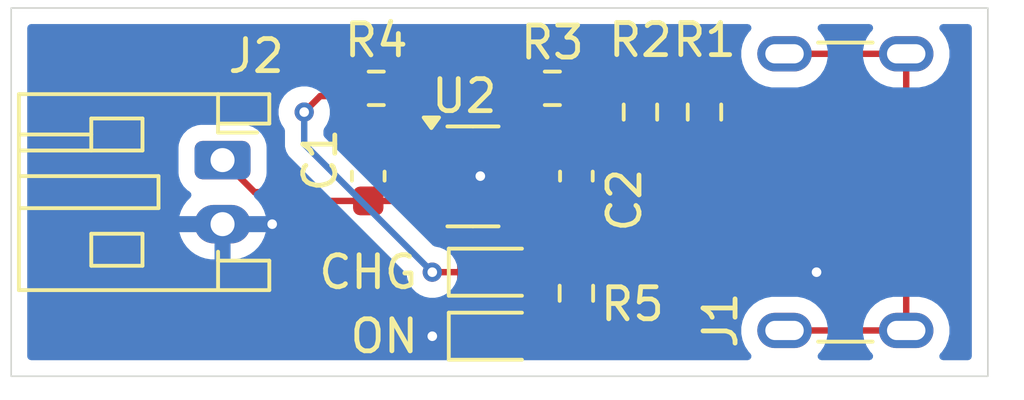
<source format=kicad_pcb>
(kicad_pcb (version 20241229) (generator "pcbnew") (generator_version "9.0")
  (title_block (title "USB-LiPo-Charger") (date "2025-06-01") (rev "0"))
  (layers (0 "F.Cu" signal) (2 "B.Cu" signal) (13 "F.Paste" user) (15 "B.Paste" user) (5 "F.SilkS" user "F.Silkscreen") (7 "B.SilkS" user "B.Silkscreen") (1 "F.Mask" user) (3 "B.Mask" user) (25 "Edge.Cuts" user))
  (net 0 "")
  (net 1 "Net-(J2-Pin_1)")
  (net 2 "GND")
  (net 3 "Net-(D2-A)")
  (net 4 "Net-(D2-K)")
  (net 5 "Net-(D3-A)")
  (net 6 "Net-(J1-SHIELD)")
  (net 7 "Net-(J1-CC1)")
  (net 8 "Net-(J1-CC2)")
  (net 9 "Net-(U2-PROG)")
  (net 10 "Net-(U2-STAT)")
  (footprint "Connector_USB:USB_C_Receptacle_GCT_USB4125-xx-x_6P_TopMnt_Horizontal" (layer "F.Cu") (at 175 101 90)
    (property "Reference" "J1" (at -4 -5 90) (layer "F.SilkS"))
    (property "Value" "USB-C Port" (hide yes))
    (fp_line (start 4.67 -0.25) (end 4.67 -1.95) (stroke (width 0.12)) (layer "F.SilkS"))
    (fp_line (start -4.67 -0.25) (end -4.67 -1.95) (stroke (width 0.12)) (layer "F.SilkS"))
    (pad "A5" smd roundrect (at -0.5 -3.08 90) (size 0.7 1.2) (layers "F.Cu" "F.Mask" "F.Paste") (net 7 "Net-(J1-CC1)"))
    (pad "A9" smd roundrect (at 1.52 -3.08 270) (size 0.76 1.2) (layers "F.Cu" "F.Mask" "F.Paste") (net 3 "Net-(D2-A)"))
    (pad "A12" smd roundrect (at 2.75 -3.08 270) (size 0.8 1.2) (layers "F.Cu" "F.Mask" "F.Paste") (net 2 "GND"))
    (pad "B5" smd roundrect (at 0.5 -3.08 270) (size 0.7 1.2) (layers "F.Cu" "F.Mask" "F.Paste") (net 8 "Net-(J1-CC2)"))
    (pad "B9" smd roundrect (at -1.52 -3.08 90) (size 0.76 1.2) (layers "F.Cu" "F.Mask" "F.Paste") (net 3 "Net-(D2-A)"))
    (pad "B12" smd roundrect (at -2.75 -3.08 90) (size 0.8 1.2) (layers "F.Cu" "F.Mask" "F.Paste") (net 2 "GND"))
    (pad "S1" thru_hole oval (at -4.32 -3 90) (size 1.1 1.7) (drill oval 0.6 1.2) (property pad_prop_heatsink) (layers "*.Cu" "*.Mask" "F.Paste") (net 6 "Net-(J1-SHIELD)"))
    (pad "S1" thru_hole oval (at -4.32 0.8 90) (size 1.1 1.7) (drill oval 0.6 1.2) (property pad_prop_heatsink) (layers "*.Cu" "*.Mask" "F.Paste") (net 6 "Net-(J1-SHIELD)"))
    (pad "S1" thru_hole oval (at 4.32 -3 90) (size 1.1 1.7) (drill oval 0.6 1.2) (property pad_prop_heatsink) (layers "*.Cu" "*.Mask" "F.Paste") (net 6 "Net-(J1-SHIELD)"))
    (pad "S1" thru_hole oval (at 4.32 0.8 90) (size 1.1 1.7) (drill oval 0.6 1.2) (property pad_prop_heatsink) (layers "*.Cu" "*.Mask" "F.Paste") (net 6 "Net-(J1-SHIELD)"))
  )
  (footprint "Connector_JST:JST_PH_S2B-PH-K_1x02_P2.00mm_Horizontal" (layer "F.Cu") (at 154.45 100 -90)
    (property "Reference" "J2" (at -3.25 -1.05 0) (layer "F.SilkS"))
    (property "Value" "Conn_01x02" (hide yes))
    (fp_line (start -2.06 6.36) (end 4.06 6.36) (stroke (width 0.12)) (layer "F.SilkS"))
    (fp_line (start 0.5 6.36) (end 0.5 2) (stroke (width 0.12)) (layer "F.SilkS"))
    (fp_line (start 4.06 6.36) (end 4.06 -1.46) (stroke (width 0.12)) (layer "F.SilkS"))
    (fp_line (start -1.3 4.1) (end -0.3 4.1) (stroke (width 0.12)) (layer "F.SilkS"))
    (fp_line (start -0.8 4.1) (end -0.8 6.36) (stroke (width 0.12)) (layer "F.SilkS"))
    (fp_line (start -0.3 4.1) (end -0.3 6.36) (stroke (width 0.12)) (layer "F.SilkS"))
    (fp_line (start -0.3 4.1) (end -0.3 2.5) (stroke (width 0.12)) (layer "F.SilkS"))
    (fp_line (start 2.3 4.1) (end 2.3 2.5) (stroke (width 0.12)) (layer "F.SilkS"))
    (fp_line (start 3.3 4.1) (end 2.3 4.1) (stroke (width 0.12)) (layer "F.SilkS"))
    (fp_line (start -1.3 2.5) (end -1.3 4.1) (stroke (width 0.12)) (layer "F.SilkS"))
    (fp_line (start -0.3 2.5) (end -1.3 2.5) (stroke (width 0.12)) (layer "F.SilkS"))
    (fp_line (start 2.3 2.5) (end 3.3 2.5) (stroke (width 0.12)) (layer "F.SilkS"))
    (fp_line (start 3.3 2.5) (end 3.3 4.1) (stroke (width 0.12)) (layer "F.SilkS"))
    (fp_line (start 0.5 2) (end 1.5 2) (stroke (width 0.12)) (layer "F.SilkS"))
    (fp_line (start 1.5 2) (end 1.5 6.36) (stroke (width 0.12)) (layer "F.SilkS"))
    (fp_line (start -2.06 0.14) (end -1.14 0.14) (stroke (width 0.12)) (layer "F.SilkS"))
    (fp_line (start -1.14 0.14) (end -1.14 -1.46) (stroke (width 0.12)) (layer "F.SilkS"))
    (fp_line (start -0.86 0.14) (end -1.14 0.14) (stroke (width 0.12)) (layer "F.SilkS"))
    (fp_line (start -0.86 0.14) (end -0.86 -1.075) (stroke (width 0.12)) (layer "F.SilkS"))
    (fp_line (start 3.14 0.14) (end 2.86 0.14) (stroke (width 0.12)) (layer "F.SilkS"))
    (fp_line (start 4.06 0.14) (end 3.14 0.14) (stroke (width 0.12)) (layer "F.SilkS"))
    (fp_line (start -2.06 -1.46) (end -2.06 6.36) (stroke (width 0.12)) (layer "F.SilkS"))
    (fp_line (start -1.14 -1.46) (end -2.06 -1.46) (stroke (width 0.12)) (layer "F.SilkS"))
    (fp_line (start 3.14 -1.46) (end 3.14 0.14) (stroke (width 0.12)) (layer "F.SilkS"))
    (fp_line (start 4.06 -1.46) (end 3.14 -1.46) (stroke (width 0.12)) (layer "F.SilkS"))
    (pad "1" thru_hole roundrect (at 0 0 270) (size 1.2 1.75) (drill 0.75) (layers "*.Cu" "*.Mask") (roundrect_rratio 0.208333) (net 1 "Net-(J2-Pin_1)"))
    (pad "2" thru_hole oval (at 2 0 270) (size 1.2 1.75) (drill 0.75) (layers "*.Cu" "*.Mask") (net 2 "GND"))
  )
  (footprint "Resistor_SMD:R_0603_1608Metric" (layer "F.Cu") (at 164.75 97.758385)
    (property "Reference" "R3" (at 0 -1.43 0) (layer "F.SilkS"))
    (property "Value" "2k" (hide yes))
    (fp_line (start -0.237258 -0.5225) (end 0.237258 -0.5225) (stroke (width 0.12)) (layer "F.SilkS"))
    (fp_line (start -0.237258 0.5225) (end 0.237258 0.5225) (stroke (width 0.12)) (layer "F.SilkS"))
    (pad "1" smd roundrect (at -0.825 0) (size 0.8 0.95) (layers "F.Cu" "F.Mask" "F.Paste") (net 9 "Net-(U2-PROG)"))
    (pad "2" smd roundrect (at 0.825 0) (size 0.8 0.95) (layers "F.Cu" "F.Mask" "F.Paste") (net 2 "GND"))
  )
  (footprint "LED_SMD:LED_0603_1608Metric" (layer "F.Cu") (at 163 103.5)
    (property "Reference" "CHG" (at -4 0 180) (layer "F.SilkS"))
    (property "Value" "LED" (hide yes))
    (fp_line (start -1.485 -0.735) (end -1.485 0.735) (stroke (width 0.12)) (layer "F.SilkS"))
    (fp_line (start -1.485 0.735) (end 0.8 0.735) (stroke (width 0.12)) (layer "F.SilkS"))
    (fp_line (start 0.8 -0.735) (end -1.485 -0.735) (stroke (width 0.12)) (layer "F.SilkS"))
    (pad "1" smd roundrect (at -0.7875 0) (size 0.875 0.95) (layers "F.Cu" "F.Mask" "F.Paste") (net 4 "Net-(D2-K)"))
    (pad "2" smd roundrect (at 0.7875 0) (size 0.875 0.95) (layers "F.Cu" "F.Mask" "F.Paste") (net 3 "Net-(D2-A)"))
  )
  (footprint "Capacitor_SMD:C_0603_1608Metric" (layer "F.Cu") (at 165.5 100.5 90)
    (property "Reference" "C2" (at -0.75 1.5 90) (layer "F.SilkS"))
    (property "Value" "4.7u" (hide yes))
    (fp_line (start -0.14058 -0.51) (end 0.14058 -0.51) (stroke (width 0.12)) (layer "F.SilkS"))
    (fp_line (start -0.14058 0.51) (end 0.14058 0.51) (stroke (width 0.12)) (layer "F.SilkS"))
    (pad "1" smd roundrect (at -0.775 0 90) (size 0.9 0.95) (layers "F.Cu" "F.Mask" "F.Paste") (net 3 "Net-(D2-A)"))
    (pad "2" smd roundrect (at 0.775 0 90) (size 0.9 0.95) (layers "F.Cu" "F.Mask" "F.Paste") (net 2 "GND"))
  )
  (footprint "Package_TO_SOT_SMD:SOT-23-5" (layer "F.Cu") (at 162.270995 100.508385)
    (property "Reference" "U2" (at -0.270995 -2.508385 0) (layer "F.SilkS"))
    (property "Value" "MCP73831" (hide yes))
    (fp_line (start 0 -1.56) (end -0.8 -1.56) (stroke (width 0.12)) (layer "F.SilkS"))
    (fp_line (start 0 -1.56) (end 0.8 -1.56) (stroke (width 0.12)) (layer "F.SilkS"))
    (fp_line (start 0 1.56) (end -0.8 1.56) (stroke (width 0.12)) (layer "F.SilkS"))
    (fp_line (start 0 1.56) (end 0.8 1.56) (stroke (width 0.12)) (layer "F.SilkS"))
    (fp_poly (pts (xy -1.3 -1.51) (xy -1.54 -1.84) (xy -1.06 -1.84) (xy -1.3 -1.51)) (stroke (width 0.12)) (fill yes) (layer "F.SilkS"))
    (pad "1" smd roundrect (at -1.1375 -0.95) (size 1.325 0.6) (layers "F.Cu" "F.Mask" "F.Paste") (net 10 "Net-(U2-STAT)"))
    (pad "2" smd roundrect (at -1.1375 0) (size 1.325 0.6) (layers "F.Cu" "F.Mask" "F.Paste") (net 2 "GND"))
    (pad "3" smd roundrect (at -1.1375 0.95) (size 1.325 0.6) (layers "F.Cu" "F.Mask" "F.Paste") (net 1 "Net-(J2-Pin_1)"))
    (pad "4" smd roundrect (at 1.1375 0.95) (size 1.325 0.6) (layers "F.Cu" "F.Mask" "F.Paste") (net 3 "Net-(D2-A)"))
    (pad "5" smd roundrect (at 1.1375 -0.95) (size 1.325 0.6) (layers "F.Cu" "F.Mask" "F.Paste") (net 9 "Net-(U2-PROG)"))
  )
  (footprint "Resistor_SMD:R_0603_1608Metric" (layer "F.Cu") (at 167.5 98.5 90)
    (property "Reference" "R2" (at 2.25 0 180) (layer "F.SilkS"))
    (property "Value" "5.1k" (hide yes))
    (fp_line (start -0.237258 -0.5225) (end 0.237258 -0.5225) (stroke (width 0.12)) (layer "F.SilkS"))
    (fp_line (start -0.237258 0.5225) (end 0.237258 0.5225) (stroke (width 0.12)) (layer "F.SilkS"))
    (pad "1" smd roundrect (at -0.825 0 90) (size 0.8 0.95) (layers "F.Cu" "F.Mask" "F.Paste") (net 7 "Net-(J1-CC1)"))
    (pad "2" smd roundrect (at 0.825 0 90) (size 0.8 0.95) (layers "F.Cu" "F.Mask" "F.Paste") (net 2 "GND"))
  )
  (footprint "Capacitor_SMD:C_0603_1608Metric" (layer "F.Cu") (at 159 100.5 90)
    (property "Reference" "C1" (at 0.5 -1.5 90) (layer "F.SilkS"))
    (property "Value" "4.7u" (hide yes))
    (fp_line (start -0.14058 -0.51) (end 0.14058 -0.51) (stroke (width 0.12)) (layer "F.SilkS"))
    (fp_line (start -0.14058 0.51) (end 0.14058 0.51) (stroke (width 0.12)) (layer "F.SilkS"))
    (pad "1" smd roundrect (at -0.775 0 90) (size 0.9 0.95) (layers "F.Cu" "F.Mask" "F.Paste") (net 1 "Net-(J2-Pin_1)"))
    (pad "2" smd roundrect (at 0.775 0 90) (size 0.9 0.95) (layers "F.Cu" "F.Mask" "F.Paste") (net 2 "GND"))
  )
  (footprint "LED_SMD:LED_0603_1608Metric" (layer "F.Cu") (at 163 105.5)
    (property "Reference" "ON" (at -3.5 0 180) (layer "F.SilkS"))
    (property "Value" "LED" (hide yes))
    (fp_line (start -1.485 -0.735) (end -1.485 0.735) (stroke (width 0.12)) (layer "F.SilkS"))
    (fp_line (start -1.485 0.735) (end 0.8 0.735) (stroke (width 0.12)) (layer "F.SilkS"))
    (fp_line (start 0.8 -0.735) (end -1.485 -0.735) (stroke (width 0.12)) (layer "F.SilkS"))
    (pad "1" smd roundrect (at -0.7875 0) (size 0.875 0.95) (layers "F.Cu" "F.Mask" "F.Paste") (net 2 "GND"))
    (pad "2" smd roundrect (at 0.7875 0) (size 0.875 0.95) (layers "F.Cu" "F.Mask" "F.Paste") (net 5 "Net-(D3-A)"))
  )
  (footprint "Resistor_SMD:R_0603_1608Metric" (layer "F.Cu") (at 165.5 104.158644 -90)
    (property "Reference" "R5" (at 0.341356 -1.75 180) (layer "F.SilkS"))
    (property "Value" "470" (hide yes))
    (fp_line (start -0.237258 0.5225) (end 0.237258 0.5225) (stroke (width 0.12)) (layer "F.SilkS"))
    (fp_line (start -0.237258 -0.5225) (end 0.237258 -0.5225) (stroke (width 0.12)) (layer "F.SilkS"))
    (pad "1" smd roundrect (at -0.825 0 270) (size 0.8 0.95) (layers "F.Cu" "F.Mask" "F.Paste") (net 3 "Net-(D2-A)"))
    (pad "2" smd roundrect (at 0.825 0 270) (size 0.8 0.95) (layers "F.Cu" "F.Mask" "F.Paste") (net 5 "Net-(D3-A)"))
  )
  (footprint "Resistor_SMD:R_0603_1608Metric" (layer "F.Cu") (at 169.5 98.5 90)
    (property "Reference" "R1" (at 2.25 0 180) (layer "F.SilkS"))
    (property "Value" "5.1k" (hide yes))
    (fp_line (start -0.237258 -0.5225) (end 0.237258 -0.5225) (stroke (width 0.12)) (layer "F.SilkS"))
    (fp_line (start -0.237258 0.5225) (end 0.237258 0.5225) (stroke (width 0.12)) (layer "F.SilkS"))
    (pad "1" smd roundrect (at -0.825 0 90) (size 0.8 0.95) (layers "F.Cu" "F.Mask" "F.Paste") (net 8 "Net-(J1-CC2)"))
    (pad "2" smd roundrect (at 0.825 0 90) (size 0.8 0.95) (layers "F.Cu" "F.Mask" "F.Paste") (net 2 "GND"))
  )
  (footprint "Resistor_SMD:R_0603_1608Metric" (layer "F.Cu") (at 159.25 97.758385)
    (property "Reference" "R4" (at 0 -1.5 0) (layer "F.SilkS"))
    (property "Value" "470" (hide yes))
    (fp_line (start -0.237258 -0.5225) (end 0.237258 -0.5225) (stroke (width 0.12)) (layer "F.SilkS"))
    (fp_line (start -0.237258 0.5225) (end 0.237258 0.5225) (stroke (width 0.12)) (layer "F.SilkS"))
    (pad "1" smd roundrect (at -0.825 0) (size 0.8 0.95) (layers "F.Cu" "F.Mask" "F.Paste") (net 4 "Net-(D2-K)"))
    (pad "2" smd roundrect (at 0.825 0) (size 0.8 0.95) (layers "F.Cu" "F.Mask" "F.Paste") (net 10 "Net-(U2-STAT)"))
  )
  (gr_rect (start 147.85 95.25) (end 178.35 106.75) (stroke (width 0.05)) (fill no) (layer "Edge.Cuts"))
  (segment (start 156.275 101.275) (end 159 101.275) (width 0.2) (layer "F.Cu") (net 1))
  (segment (start 154.45 100) (end 155.45 101) (width 0.2) (layer "F.Cu") (net 1))
  (segment (start 155.45 101) (end 156 101) (width 0.2) (layer "F.Cu") (net 1))
  (segment (start 156 101) (end 156.275 101.275) (width 0.2) (layer "F.Cu") (net 1))
  (segment (start 159.775 101.275) (end 159.958385 101.458385) (width 0.2) (layer "F.Cu") (net 1))
  (segment (start 159 101.275) (end 159.775 101.275) (width 0.2) (layer "F.Cu") (net 1))
  (segment (start 159.958385 101.458385) (end 161.133495 101.458385) (width 0.2) (layer "F.Cu") (net 1))
  (segment (start 169.5 97.675) (end 167.5 97.675) (width 0.2) (layer "F.Cu") (net 2))
  (segment (start 161.133495 100.508385) (end 162.491615 100.508385) (width 0.2) (layer "F.Cu") (net 2))
  (segment (start 159.783385 100.508385) (end 161.133495 100.508385) (width 0.2) (layer "F.Cu") (net 2))
  (segment (start 154.45 102) (end 156 102) (width 0.2) (layer "F.Cu") (net 2))
  (segment (start 165.658385 97.675) (end 165.575 97.758385) (width 0.2) (layer "F.Cu") (net 2))
  (segment (start 164.725 100.5) (end 162.5 100.5) (width 0.2) (layer "F.Cu") (net 2))
  (segment (start 159 99.725) (end 159.783385 100.508385) (width 0.2) (layer "F.Cu") (net 2))
  (segment (start 172.75 103.75) (end 173 103.5) (width 0.2) (layer "F.Cu") (net 2))
  (segment (start 171.92 103.75) (end 172.75 103.75) (width 0.2) (layer "F.Cu") (net 2))
  (segment (start 167.5 97.675) (end 165.658385 97.675) (width 0.2) (layer "F.Cu") (net 2))
  (segment (start 162.491615 100.508385) (end 162.5 100.5) (width 0.2) (layer "F.Cu") (net 2))
  (segment (start 165.575 97.758385) (end 165.575 99.65) (width 0.2) (layer "F.Cu") (net 2))
  (segment (start 162.2125 105.5) (end 161 105.5) (width 0.2) (layer "F.Cu") (net 2))
  (segment (start 165.575 99.65) (end 165.5 99.725) (width 0.2) (layer "F.Cu") (net 2))
  (segment (start 171.92 98.25) (end 170.075 98.25) (width 0.2) (layer "F.Cu") (net 2))
  (segment (start 165.5 99.725) (end 164.725 100.5) (width 0.2) (layer "F.Cu") (net 2))
  (segment (start 170.075 98.25) (end 169.5 97.675) (width 0.2) (layer "F.Cu") (net 2))
  (via (at 162.5 100.5) (size 0.6) (drill 0.3) (layers "F.Cu" "B.Cu") (net 2))
  (via (at 173 103.5) (size 0.6) (drill 0.3) (layers "F.Cu" "B.Cu") (net 2))
  (via (at 156 102) (size 0.6) (drill 0.3) (layers "F.Cu" "B.Cu") (net 2))
  (via (at 161 105.5) (size 0.6) (drill 0.3) (layers "F.Cu" "B.Cu") (net 2))
  (segment (start 171.92 99.48) (end 172.52 99.48) (width 0.2) (layer "F.Cu") (net 3))
  (segment (start 171.48 102.52) (end 170.666356 103.333644) (width 0.2) (layer "F.Cu") (net 3))
  (segment (start 173 99.96) (end 173 102) (width 0.2) (layer "F.Cu") (net 3))
  (segment (start 171.92 102.52) (end 171.48 102.52) (width 0.2) (layer "F.Cu") (net 3))
  (segment (start 165.5 103.333644) (end 163.953856 103.333644) (width 0.2) (layer "F.Cu") (net 3))
  (segment (start 165.5 103.333644) (end 165.5 101.275) (width 0.2) (layer "F.Cu") (net 3))
  (segment (start 165.5 101.275) (end 163.59188 101.275) (width 0.2) (layer "F.Cu") (net 3))
  (segment (start 172.48 102.52) (end 171.92 102.52) (width 0.2) (layer "F.Cu") (net 3))
  (segment (start 172.52 99.48) (end 173 99.96) (width 0.2) (layer "F.Cu") (net 3))
  (segment (start 163.59188 101.275) (end 163.408495 101.458385) (width 0.2) (layer "F.Cu") (net 3))
  (segment (start 170.666356 103.333644) (end 165.5 103.333644) (width 0.2) (layer "F.Cu") (net 3))
  (segment (start 173 102) (end 172.48 102.52) (width 0.2) (layer "F.Cu") (net 3))
  (segment (start 163.953856 103.333644) (end 163.7875 103.5) (width 0.2) (layer "F.Cu") (net 3))
  (segment (start 157.5 98) (end 158.183385 98) (width 0.2) (layer "F.Cu") (net 4))
  (segment (start 157 98.5) (end 157.5 98) (width 0.2) (layer "F.Cu") (net 4))
  (segment (start 158.183385 98) (end 158.425 97.758385) (width 0.2) (layer "F.Cu") (net 4))
  (segment (start 162.2125 103.5) (end 161 103.5) (width 0.2) (layer "F.Cu") (net 4))
  (via (at 157 98.5) (size 0.6) (drill 0.3) (layers "F.Cu" "B.Cu") (net 4))
  (via (at 161 103.5) (size 0.6) (drill 0.3) (layers "F.Cu" "B.Cu") (net 4))
  (segment (start 157 99.5) (end 161 103.5) (width 0.2) (layer "B.Cu") (net 4))
  (segment (start 157 98.5) (end 157 99.5) (width 0.2) (layer "B.Cu") (net 4))
  (segment (start 165.5 104.983644) (end 164.303856 104.983644) (width 0.2) (layer "F.Cu") (net 5))
  (segment (start 164.303856 104.983644) (end 163.7875 105.5) (width 0.2) (layer "F.Cu") (net 5))
  (segment (start 175.8 105.32) (end 172 105.32) (width 0.2) (layer "F.Cu") (net 6))
  (segment (start 172 96.68) (end 175.8 96.68) (width 0.2) (layer "F.Cu") (net 6))
  (segment (start 175.8 96.68) (end 175.8 105.32) (width 0.2) (layer "F.Cu") (net 6))
  (segment (start 169.675 101.5) (end 167.5 99.325) (width 0.2) (layer "F.Cu") (net 7))
  (segment (start 171.92 101.5) (end 169.675 101.5) (width 0.2) (layer "F.Cu") (net 7))
  (segment (start 170.675 100.5) (end 171.92 100.5) (width 0.2) (layer "F.Cu") (net 8))
  (segment (start 169.5 99.325) (end 170.675 100.5) (width 0.2) (layer "F.Cu") (net 8))
  (segment (start 163.408495 99.558385) (end 163.925 99.04188) (width 0.2) (layer "F.Cu") (net 9))
  (segment (start 163.925 99.04188) (end 163.925 97.758385) (width 0.2) (layer "F.Cu") (net 9))
  (segment (start 160.075 98.49989) (end 161.133495 99.558385) (width 0.2) (layer "F.Cu") (net 10))
  (segment (start 160.075 97.758385) (end 160.075 98.49989) (width 0.2) (layer "F.Cu") (net 10))
  (zone (net 2) (net_name "GND") (layer "B.Cu") (connect_pads (clearance 0.5)) (min_thickness 0.25) (fill yes (thermal_gap 0.5) (thermal_bridge_width 0.5))
    (polygon (pts (xy 147.5 95) (xy 147.5 107.5) (xy 179.5 107.5) (xy 179.5 95)))
  )
)
</source>
